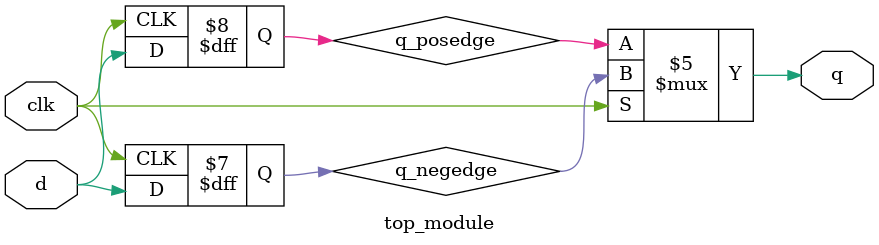
<source format=v>
module top_module (
    input wire clk,
    input wire d,
    output reg q
);

    // Intermediate signals for storing values at different clock edges
    reg q_posedge; // Value at positive edge of the clock
    reg q_negedge; // Value at negative edge of the clock

    // Process for the positive edge of the clock
    always @(posedge clk) begin
        q_posedge <= d;
    end

    // Process for the negative edge of the clock
    always @(negedge clk) begin
        q_negedge <= d;
    end

    // Select the appropriate value of q based on clock edge
    always @(*) begin
        if (clk)
            q = q_negedge; // Use the value captured at the negative edge
        else
            q = q_posedge; // Use the value captured at the positive edge
    end

endmodule
</source>
